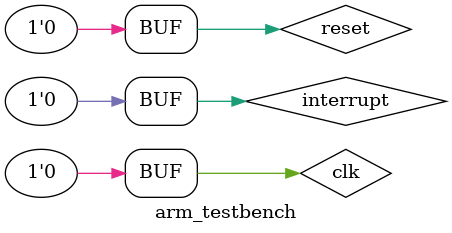
<source format=sv>
module arm_testbench();

logic clk;
logic reset, interrupt;
logic [31:0] WriteData, DataAdr;
logic MemWrite;

// instantiate device to be tested
top dut(clk, reset, interrupt, WriteData, DataAdr, MemWrite);


// initialize test
initial
	begin
	reset <= 1; interrupt=0;# 22; reset <= 0;
end


// generate clock to sequence tests
always
	begin
	clk <= 1; # 5; clk <= 0; # 5;
end

// check that 7 gets written to address 0x64
// at end of program
always @(negedge clk)
begin
	if(MemWrite)
	begin
		if(DataAdr === 100 & WriteData === 7) begin
			$display("Simulation succeeded");
//			$stop;
		end 
		else if (DataAdr !== 96) 		
				begin
					$display("Simulation failed");
//					$stop;
				end
	end
end
endmodule

</source>
